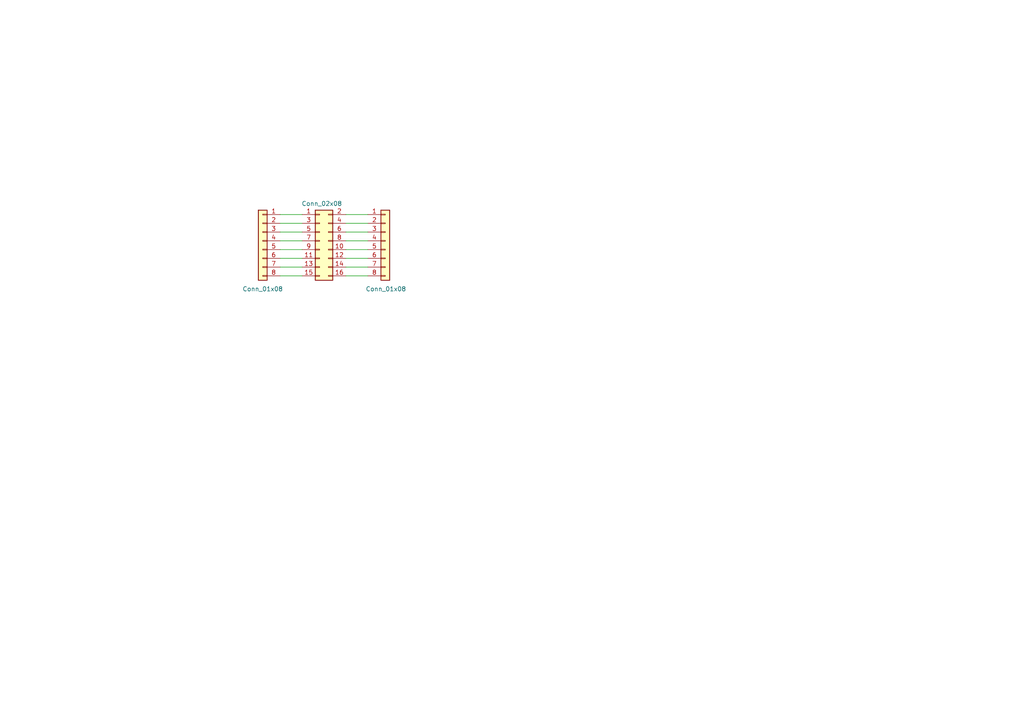
<source format=kicad_sch>
(kicad_sch (version 20230121) (generator eeschema)
  (paper "A4")
  (lib_symbols
    (symbol "Connector_Generic:Conn_01x08" (pin_names (offset 1.016) hide)
      (property "Reference" "J" (at 0 10.16 0))
      (property "Value" "Conn_01x08" (at 0 -12.7 0))
      (symbol "Conn_01x08_1_1"
        (rectangle (start -1.27 -10.033) (end 0 -10.287) (stroke (width 0.1524)))
        (rectangle (start -1.27 -7.493) (end 0 -7.747) (stroke (width 0.1524)))
        (rectangle (start -1.27 -4.953) (end 0 -5.207) (stroke (width 0.1524)))
        (rectangle (start -1.27 -2.413) (end 0 -2.667) (stroke (width 0.1524)))
        (rectangle (start -1.27 0.127) (end 0 -0.127) (stroke (width 0.1524)))
        (rectangle (start -1.27 2.667) (end 0 2.413) (stroke (width 0.1524)))
        (rectangle (start -1.27 5.207) (end 0 4.953) (stroke (width 0.1524)))
        (rectangle (start -1.27 7.747) (end 0 7.493) (stroke (width 0.1524)))
        (rectangle (start -1.27 8.89) (end 1.27 -11.43) (stroke (width 0.254)) (fill (type background)))
        (pin passive line (at -5.08 7.62 0) (length 3.81) (name "Pin_1") (number "1"))
        (pin passive line (at -5.08 5.08 0) (length 3.81) (name "Pin_2") (number "2"))
        (pin passive line (at -5.08 2.54 0) (length 3.81) (name "Pin_3") (number "3"))
        (pin passive line (at -5.08 0 0) (length 3.81) (name "Pin_4") (number "4"))
        (pin passive line (at -5.08 -2.54 0) (length 3.81) (name "Pin_5") (number "5"))
        (pin passive line (at -5.08 -5.08 0) (length 3.81) (name "Pin_6") (number "6"))
        (pin passive line (at -5.08 -7.62 0) (length 3.81) (name "Pin_7") (number "7"))
        (pin passive line (at -5.08 -10.16 0) (length 3.81) (name "Pin_8") (number "8"))
      )
    )
    (symbol "Connector_Generic:Conn_02x08_Odd_Even" (pin_names (offset 1.016) hide)
      (property "Reference" "J" (at 1.27 10.16 0))
      (property "Value" "Conn_02x08_Odd_Even" (at 1.27 -12.7 0))
      (symbol "Conn_02x08_Odd_Even_1_1"
        (rectangle (start -1.27 -10.033) (end 0 -10.287) (stroke (width 0.1524)))
        (rectangle (start -1.27 -7.493) (end 0 -7.747) (stroke (width 0.1524)))
        (rectangle (start -1.27 -4.953) (end 0 -5.207) (stroke (width 0.1524)))
        (rectangle (start -1.27 -2.413) (end 0 -2.667) (stroke (width 0.1524)))
        (rectangle (start -1.27 0.127) (end 0 -0.127) (stroke (width 0.1524)))
        (rectangle (start -1.27 2.667) (end 0 2.413) (stroke (width 0.1524)))
        (rectangle (start -1.27 5.207) (end 0 4.953) (stroke (width 0.1524)))
        (rectangle (start -1.27 7.747) (end 0 7.493) (stroke (width 0.1524)))
        (rectangle (start -1.27 8.89) (end 3.81 -11.43) (stroke (width 0.254)) (fill (type background)))
        (rectangle (start 3.81 -10.033) (end 2.54 -10.287) (stroke (width 0.1524)))
        (rectangle (start 3.81 -7.493) (end 2.54 -7.747) (stroke (width 0.1524)))
        (rectangle (start 3.81 -4.953) (end 2.54 -5.207) (stroke (width 0.1524)))
        (rectangle (start 3.81 -2.413) (end 2.54 -2.667) (stroke (width 0.1524)))
        (rectangle (start 3.81 0.127) (end 2.54 -0.127) (stroke (width 0.1524)))
        (rectangle (start 3.81 2.667) (end 2.54 2.413) (stroke (width 0.1524)))
        (rectangle (start 3.81 5.207) (end 2.54 4.953) (stroke (width 0.1524)))
        (rectangle (start 3.81 7.747) (end 2.54 7.493) (stroke (width 0.1524)))
        (pin passive line (at -5.08 7.62 0) (length 3.81) (name "Pin_1") (number "1"))
        (pin passive line (at 7.62 -2.54 180) (length 3.81) (name "Pin_10") (number "10"))
        (pin passive line (at -5.08 -5.08 0) (length 3.81) (name "Pin_11") (number "11"))
        (pin passive line (at 7.62 -5.08 180) (length 3.81) (name "Pin_12") (number "12"))
        (pin passive line (at -5.08 -7.62 0) (length 3.81) (name "Pin_13") (number "13"))
        (pin passive line (at 7.62 -7.62 180) (length 3.81) (name "Pin_14") (number "14"))
        (pin passive line (at -5.08 -10.16 0) (length 3.81) (name "Pin_15") (number "15"))
        (pin passive line (at 7.62 -10.16 180) (length 3.81) (name "Pin_16") (number "16"))
        (pin passive line (at 7.62 7.62 180) (length 3.81) (name "Pin_2") (number "2"))
        (pin passive line (at -5.08 5.08 0) (length 3.81) (name "Pin_3") (number "3"))
        (pin passive line (at 7.62 5.08 180) (length 3.81) (name "Pin_4") (number "4"))
        (pin passive line (at -5.08 2.54 0) (length 3.81) (name "Pin_5") (number "5"))
        (pin passive line (at 7.62 2.54 180) (length 3.81) (name "Pin_6") (number "6"))
        (pin passive line (at -5.08 0 0) (length 3.81) (name "Pin_7") (number "7"))
        (pin passive line (at 7.62 0 180) (length 3.81) (name "Pin_8") (number "8"))
        (pin passive line (at -5.08 -2.54 0) (length 3.81) (name "Pin_9") (number "9"))
      )
    )
  )
  (wire (pts (xy 81.28 67.31) (xy 87.63 67.31)))
  (wire (pts (xy 81.28 62.23) (xy 87.63 62.23)))
  (wire (pts (xy 81.28 74.93) (xy 87.63 74.93)))
  (wire (pts (xy 100.33 80.01) (xy 106.68 80.01)))
  (wire (pts (xy 81.28 80.01) (xy 87.63 80.01)))
  (wire (pts (xy 100.33 62.23) (xy 106.68 62.23)))
  (wire (pts (xy 81.28 64.77) (xy 87.63 64.77)))
  (wire (pts (xy 81.28 77.47) (xy 87.63 77.47)))
  (wire (pts (xy 100.33 74.93) (xy 106.68 74.93)))
  (wire (pts (xy 100.33 72.39) (xy 106.68 72.39)))
  (wire (pts (xy 100.33 69.85) (xy 106.68 69.85)))
  (wire (pts (xy 81.28 69.85) (xy 87.63 69.85)))
  (wire (pts (xy 100.33 64.77) (xy 106.68 64.77)))
  (wire (pts (xy 81.28 72.39) (xy 87.63 72.39)))
  (wire (pts (xy 100.33 67.31) (xy 106.68 67.31)))
  (wire (pts (xy 100.33 77.47) (xy 106.68 77.47)))
  (symbol (lib_id "Connector_Generic:Conn_01x08") (at 76.2 69.85 0) (mirror y) (unit 1)
    (property "Reference" "J1003" (effects hide))
    (property "Value" "Conn_01x08" (at 76.2 83.82 0))
    (property "Footprint" "Connector_PinHeader_2.54mm:PinHeader_1x08_P2.54mm_Vertical" (effects hide))
  )
  (symbol (lib_id "Connector_Generic:Conn_02x08_Odd_Even") (at 92.71 69.85 0) (unit 1)
    (property "Reference" "J1001" (effects hide))
    (property "Value" "Conn_02x08" (at 93.345 59.055 0))
    (property "Footprint" "Connector_PinHeader_2.54mm:PinHeader_2x08_P2.54mm_Vertical" (effects hide))
  )
  (symbol (lib_id "Connector_Generic:Conn_01x08") (at 111.76 69.85 0) (unit 1)
    (property "Reference" "J1002" (effects hide))
    (property "Value" "Conn_01x08" (at 106.045 83.82 0) (effects (justify left)))
    (property "Footprint" "Connector_PinHeader_2.54mm:PinHeader_1x08_P2.54mm_Vertical" (effects hide))
  )
)
</source>
